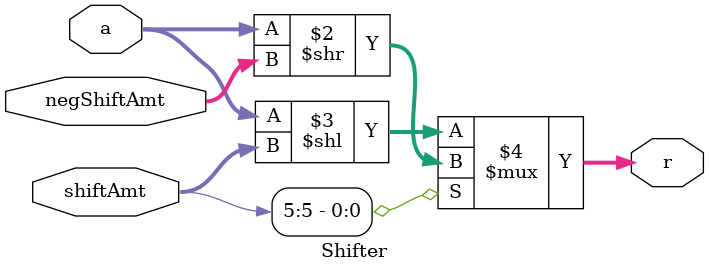
<source format=v>

module Shifter(input[31:0] a, input[5:0] shiftAmt, input[5:0] negShiftAmt, output [31:0] r);

	assign r = (shiftAmt[5] == 1) ? a >> negShiftAmt : a << shiftAmt;

endmodule

</source>
